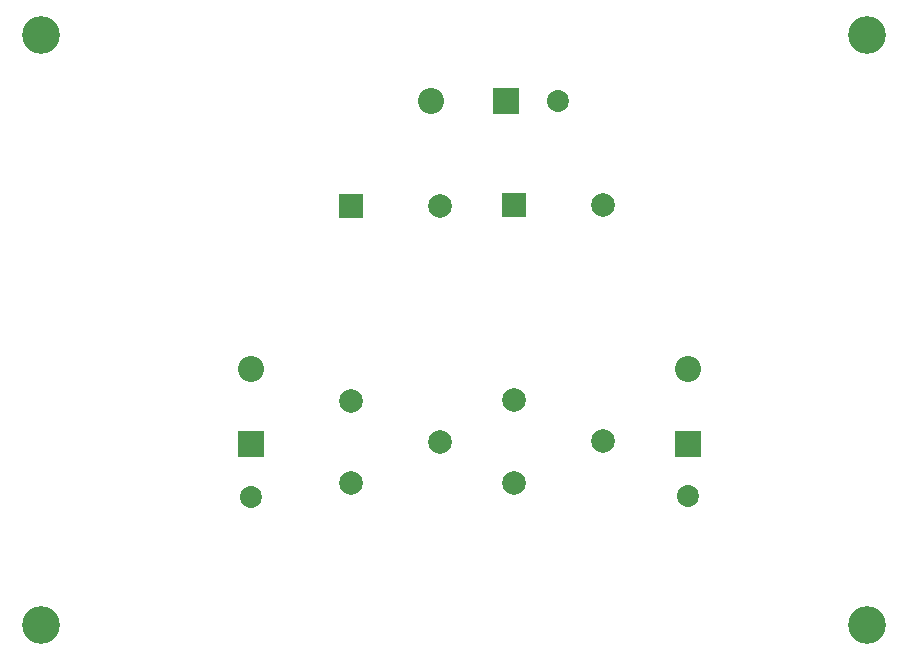
<source format=gbs>
G04 #@! TF.GenerationSoftware,KiCad,Pcbnew,9.0.0*
G04 #@! TF.CreationDate,2025-04-19T00:24:36-05:00*
G04 #@! TF.ProjectId,Charging_PCB,43686172-6769-46e6-975f-5043422e6b69,rev?*
G04 #@! TF.SameCoordinates,Original*
G04 #@! TF.FileFunction,Soldermask,Bot*
G04 #@! TF.FilePolarity,Negative*
%FSLAX46Y46*%
G04 Gerber Fmt 4.6, Leading zero omitted, Abs format (unit mm)*
G04 Created by KiCad (PCBNEW 9.0.0) date 2025-04-19 00:24:36*
%MOMM*%
%LPD*%
G01*
G04 APERTURE LIST*
%ADD10R,2.210000X2.210000*%
%ADD11C,1.860000*%
%ADD12C,2.210000*%
%ADD13C,2.000000*%
%ADD14R,2.000000X2.000000*%
%ADD15C,3.200000*%
G04 APERTURE END LIST*
D10*
X129812500Y-114162500D03*
D11*
X129812500Y-118612500D03*
D12*
X129812500Y-107812500D03*
D13*
X152125000Y-117425000D03*
X159625000Y-113925000D03*
X152125000Y-110425000D03*
D14*
X152125000Y-93925000D03*
D13*
X159625000Y-93925000D03*
X138312500Y-117462500D03*
X145812500Y-113962500D03*
X138312500Y-110462500D03*
D14*
X138312500Y-93962500D03*
D13*
X145812500Y-93962500D03*
D15*
X182000000Y-129500000D03*
D10*
X166812500Y-114135000D03*
D11*
X166812500Y-118585000D03*
D12*
X166812500Y-107785000D03*
D15*
X112000000Y-79500000D03*
X182000000Y-79500000D03*
X112000000Y-129500000D03*
D11*
X155837500Y-85135000D03*
D10*
X151387500Y-85135000D03*
D12*
X145037500Y-85135000D03*
M02*

</source>
